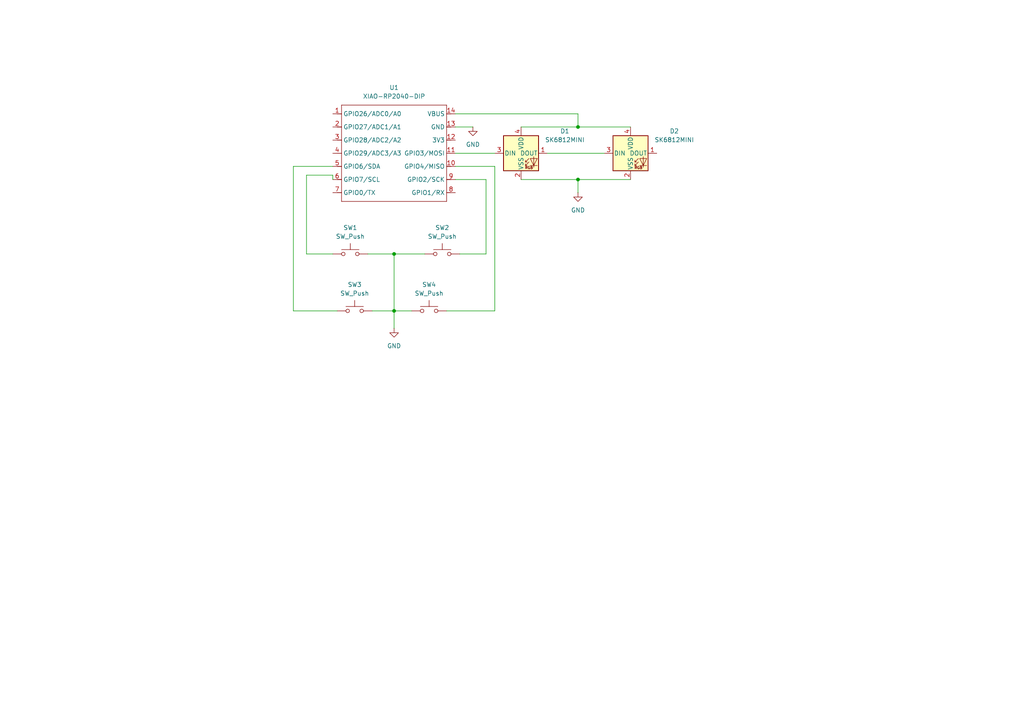
<source format=kicad_sch>
(kicad_sch
	(version 20250114)
	(generator "eeschema")
	(generator_version "9.0")
	(uuid "056c07a9-e8e1-4104-a646-c36fd7a03473")
	(paper "A4")
	(lib_symbols
		(symbol "LED:SK6812MINI"
			(pin_names
				(offset 0.254)
			)
			(exclude_from_sim no)
			(in_bom yes)
			(on_board yes)
			(property "Reference" "D"
				(at 5.08 5.715 0)
				(effects
					(font
						(size 1.27 1.27)
					)
					(justify right bottom)
				)
			)
			(property "Value" "SK6812MINI"
				(at 1.27 -5.715 0)
				(effects
					(font
						(size 1.27 1.27)
					)
					(justify left top)
				)
			)
			(property "Footprint" "LED_SMD:LED_SK6812MINI_PLCC4_3.5x3.5mm_P1.75mm"
				(at 1.27 -7.62 0)
				(effects
					(font
						(size 1.27 1.27)
					)
					(justify left top)
					(hide yes)
				)
			)
			(property "Datasheet" "https://cdn-shop.adafruit.com/product-files/2686/SK6812MINI_REV.01-1-2.pdf"
				(at 2.54 -9.525 0)
				(effects
					(font
						(size 1.27 1.27)
					)
					(justify left top)
					(hide yes)
				)
			)
			(property "Description" "RGB LED with integrated controller"
				(at 0 0 0)
				(effects
					(font
						(size 1.27 1.27)
					)
					(hide yes)
				)
			)
			(property "ki_keywords" "RGB LED NeoPixel Mini addressable"
				(at 0 0 0)
				(effects
					(font
						(size 1.27 1.27)
					)
					(hide yes)
				)
			)
			(property "ki_fp_filters" "LED*SK6812MINI*PLCC*3.5x3.5mm*P1.75mm*"
				(at 0 0 0)
				(effects
					(font
						(size 1.27 1.27)
					)
					(hide yes)
				)
			)
			(symbol "SK6812MINI_0_0"
				(text "RGB"
					(at 2.286 -4.191 0)
					(effects
						(font
							(size 0.762 0.762)
						)
					)
				)
			)
			(symbol "SK6812MINI_0_1"
				(polyline
					(pts
						(xy 1.27 -2.54) (xy 1.778 -2.54)
					)
					(stroke
						(width 0)
						(type default)
					)
					(fill
						(type none)
					)
				)
				(polyline
					(pts
						(xy 1.27 -3.556) (xy 1.778 -3.556)
					)
					(stroke
						(width 0)
						(type default)
					)
					(fill
						(type none)
					)
				)
				(polyline
					(pts
						(xy 2.286 -1.524) (xy 1.27 -2.54) (xy 1.27 -2.032)
					)
					(stroke
						(width 0)
						(type default)
					)
					(fill
						(type none)
					)
				)
				(polyline
					(pts
						(xy 2.286 -2.54) (xy 1.27 -3.556) (xy 1.27 -3.048)
					)
					(stroke
						(width 0)
						(type default)
					)
					(fill
						(type none)
					)
				)
				(polyline
					(pts
						(xy 3.683 -1.016) (xy 3.683 -3.556) (xy 3.683 -4.064)
					)
					(stroke
						(width 0)
						(type default)
					)
					(fill
						(type none)
					)
				)
				(polyline
					(pts
						(xy 4.699 -1.524) (xy 2.667 -1.524) (xy 3.683 -3.556) (xy 4.699 -1.524)
					)
					(stroke
						(width 0)
						(type default)
					)
					(fill
						(type none)
					)
				)
				(polyline
					(pts
						(xy 4.699 -3.556) (xy 2.667 -3.556)
					)
					(stroke
						(width 0)
						(type default)
					)
					(fill
						(type none)
					)
				)
				(rectangle
					(start 5.08 5.08)
					(end -5.08 -5.08)
					(stroke
						(width 0.254)
						(type default)
					)
					(fill
						(type background)
					)
				)
			)
			(symbol "SK6812MINI_1_1"
				(pin input line
					(at -7.62 0 0)
					(length 2.54)
					(name "DIN"
						(effects
							(font
								(size 1.27 1.27)
							)
						)
					)
					(number "3"
						(effects
							(font
								(size 1.27 1.27)
							)
						)
					)
				)
				(pin power_in line
					(at 0 7.62 270)
					(length 2.54)
					(name "VDD"
						(effects
							(font
								(size 1.27 1.27)
							)
						)
					)
					(number "4"
						(effects
							(font
								(size 1.27 1.27)
							)
						)
					)
				)
				(pin power_in line
					(at 0 -7.62 90)
					(length 2.54)
					(name "VSS"
						(effects
							(font
								(size 1.27 1.27)
							)
						)
					)
					(number "2"
						(effects
							(font
								(size 1.27 1.27)
							)
						)
					)
				)
				(pin output line
					(at 7.62 0 180)
					(length 2.54)
					(name "DOUT"
						(effects
							(font
								(size 1.27 1.27)
							)
						)
					)
					(number "1"
						(effects
							(font
								(size 1.27 1.27)
							)
						)
					)
				)
			)
			(embedded_fonts no)
		)
		(symbol "Seeed_Studio_XIAO_Series:XIAO-RP2040-DIP"
			(exclude_from_sim no)
			(in_bom yes)
			(on_board yes)
			(property "Reference" "U"
				(at 0 0 0)
				(effects
					(font
						(size 1.27 1.27)
					)
				)
			)
			(property "Value" "XIAO-RP2040-DIP"
				(at 5.334 -1.778 0)
				(effects
					(font
						(size 1.27 1.27)
					)
				)
			)
			(property "Footprint" "Module:MOUDLE14P-XIAO-DIP-SMD"
				(at 14.478 -32.258 0)
				(effects
					(font
						(size 1.27 1.27)
					)
					(hide yes)
				)
			)
			(property "Datasheet" ""
				(at 0 0 0)
				(effects
					(font
						(size 1.27 1.27)
					)
					(hide yes)
				)
			)
			(property "Description" ""
				(at 0 0 0)
				(effects
					(font
						(size 1.27 1.27)
					)
					(hide yes)
				)
			)
			(symbol "XIAO-RP2040-DIP_1_0"
				(polyline
					(pts
						(xy -1.27 -2.54) (xy 29.21 -2.54)
					)
					(stroke
						(width 0.1524)
						(type solid)
					)
					(fill
						(type none)
					)
				)
				(polyline
					(pts
						(xy -1.27 -5.08) (xy -2.54 -5.08)
					)
					(stroke
						(width 0.1524)
						(type solid)
					)
					(fill
						(type none)
					)
				)
				(polyline
					(pts
						(xy -1.27 -5.08) (xy -1.27 -2.54)
					)
					(stroke
						(width 0.1524)
						(type solid)
					)
					(fill
						(type none)
					)
				)
				(polyline
					(pts
						(xy -1.27 -8.89) (xy -2.54 -8.89)
					)
					(stroke
						(width 0.1524)
						(type solid)
					)
					(fill
						(type none)
					)
				)
				(polyline
					(pts
						(xy -1.27 -8.89) (xy -1.27 -5.08)
					)
					(stroke
						(width 0.1524)
						(type solid)
					)
					(fill
						(type none)
					)
				)
				(polyline
					(pts
						(xy -1.27 -12.7) (xy -2.54 -12.7)
					)
					(stroke
						(width 0.1524)
						(type solid)
					)
					(fill
						(type none)
					)
				)
				(polyline
					(pts
						(xy -1.27 -12.7) (xy -1.27 -8.89)
					)
					(stroke
						(width 0.1524)
						(type solid)
					)
					(fill
						(type none)
					)
				)
				(polyline
					(pts
						(xy -1.27 -16.51) (xy -2.54 -16.51)
					)
					(stroke
						(width 0.1524)
						(type solid)
					)
					(fill
						(type none)
					)
				)
				(polyline
					(pts
						(xy -1.27 -16.51) (xy -1.27 -12.7)
					)
					(stroke
						(width 0.1524)
						(type solid)
					)
					(fill
						(type none)
					)
				)
				(polyline
					(pts
						(xy -1.27 -20.32) (xy -2.54 -20.32)
					)
					(stroke
						(width 0.1524)
						(type solid)
					)
					(fill
						(type none)
					)
				)
				(polyline
					(pts
						(xy -1.27 -24.13) (xy -2.54 -24.13)
					)
					(stroke
						(width 0.1524)
						(type solid)
					)
					(fill
						(type none)
					)
				)
				(polyline
					(pts
						(xy -1.27 -27.94) (xy -2.54 -27.94)
					)
					(stroke
						(width 0.1524)
						(type solid)
					)
					(fill
						(type none)
					)
				)
				(polyline
					(pts
						(xy -1.27 -30.48) (xy -1.27 -16.51)
					)
					(stroke
						(width 0.1524)
						(type solid)
					)
					(fill
						(type none)
					)
				)
				(polyline
					(pts
						(xy 29.21 -2.54) (xy 29.21 -5.08)
					)
					(stroke
						(width 0.1524)
						(type solid)
					)
					(fill
						(type none)
					)
				)
				(polyline
					(pts
						(xy 29.21 -5.08) (xy 29.21 -8.89)
					)
					(stroke
						(width 0.1524)
						(type solid)
					)
					(fill
						(type none)
					)
				)
				(polyline
					(pts
						(xy 29.21 -8.89) (xy 29.21 -12.7)
					)
					(stroke
						(width 0.1524)
						(type solid)
					)
					(fill
						(type none)
					)
				)
				(polyline
					(pts
						(xy 29.21 -12.7) (xy 29.21 -30.48)
					)
					(stroke
						(width 0.1524)
						(type solid)
					)
					(fill
						(type none)
					)
				)
				(polyline
					(pts
						(xy 29.21 -30.48) (xy -1.27 -30.48)
					)
					(stroke
						(width 0.1524)
						(type solid)
					)
					(fill
						(type none)
					)
				)
				(polyline
					(pts
						(xy 30.48 -5.08) (xy 29.21 -5.08)
					)
					(stroke
						(width 0.1524)
						(type solid)
					)
					(fill
						(type none)
					)
				)
				(polyline
					(pts
						(xy 30.48 -8.89) (xy 29.21 -8.89)
					)
					(stroke
						(width 0.1524)
						(type solid)
					)
					(fill
						(type none)
					)
				)
				(polyline
					(pts
						(xy 30.48 -12.7) (xy 29.21 -12.7)
					)
					(stroke
						(width 0.1524)
						(type solid)
					)
					(fill
						(type none)
					)
				)
				(polyline
					(pts
						(xy 30.48 -16.51) (xy 29.21 -16.51)
					)
					(stroke
						(width 0.1524)
						(type solid)
					)
					(fill
						(type none)
					)
				)
				(polyline
					(pts
						(xy 30.48 -20.32) (xy 29.21 -20.32)
					)
					(stroke
						(width 0.1524)
						(type solid)
					)
					(fill
						(type none)
					)
				)
				(polyline
					(pts
						(xy 30.48 -24.13) (xy 29.21 -24.13)
					)
					(stroke
						(width 0.1524)
						(type solid)
					)
					(fill
						(type none)
					)
				)
				(polyline
					(pts
						(xy 30.48 -27.94) (xy 29.21 -27.94)
					)
					(stroke
						(width 0.1524)
						(type solid)
					)
					(fill
						(type none)
					)
				)
				(pin passive line
					(at -3.81 -5.08 0)
					(length 2.54)
					(name "GPIO26/ADC0/A0"
						(effects
							(font
								(size 1.27 1.27)
							)
						)
					)
					(number "1"
						(effects
							(font
								(size 1.27 1.27)
							)
						)
					)
				)
				(pin passive line
					(at -3.81 -8.89 0)
					(length 2.54)
					(name "GPIO27/ADC1/A1"
						(effects
							(font
								(size 1.27 1.27)
							)
						)
					)
					(number "2"
						(effects
							(font
								(size 1.27 1.27)
							)
						)
					)
				)
				(pin passive line
					(at -3.81 -12.7 0)
					(length 2.54)
					(name "GPIO28/ADC2/A2"
						(effects
							(font
								(size 1.27 1.27)
							)
						)
					)
					(number "3"
						(effects
							(font
								(size 1.27 1.27)
							)
						)
					)
				)
				(pin passive line
					(at -3.81 -16.51 0)
					(length 2.54)
					(name "GPIO29/ADC3/A3"
						(effects
							(font
								(size 1.27 1.27)
							)
						)
					)
					(number "4"
						(effects
							(font
								(size 1.27 1.27)
							)
						)
					)
				)
				(pin passive line
					(at -3.81 -20.32 0)
					(length 2.54)
					(name "GPIO6/SDA"
						(effects
							(font
								(size 1.27 1.27)
							)
						)
					)
					(number "5"
						(effects
							(font
								(size 1.27 1.27)
							)
						)
					)
				)
				(pin passive line
					(at -3.81 -24.13 0)
					(length 2.54)
					(name "GPIO7/SCL"
						(effects
							(font
								(size 1.27 1.27)
							)
						)
					)
					(number "6"
						(effects
							(font
								(size 1.27 1.27)
							)
						)
					)
				)
				(pin passive line
					(at -3.81 -27.94 0)
					(length 2.54)
					(name "GPIO0/TX"
						(effects
							(font
								(size 1.27 1.27)
							)
						)
					)
					(number "7"
						(effects
							(font
								(size 1.27 1.27)
							)
						)
					)
				)
				(pin passive line
					(at 31.75 -5.08 180)
					(length 2.54)
					(name "VBUS"
						(effects
							(font
								(size 1.27 1.27)
							)
						)
					)
					(number "14"
						(effects
							(font
								(size 1.27 1.27)
							)
						)
					)
				)
				(pin passive line
					(at 31.75 -8.89 180)
					(length 2.54)
					(name "GND"
						(effects
							(font
								(size 1.27 1.27)
							)
						)
					)
					(number "13"
						(effects
							(font
								(size 1.27 1.27)
							)
						)
					)
				)
				(pin passive line
					(at 31.75 -12.7 180)
					(length 2.54)
					(name "3V3"
						(effects
							(font
								(size 1.27 1.27)
							)
						)
					)
					(number "12"
						(effects
							(font
								(size 1.27 1.27)
							)
						)
					)
				)
				(pin passive line
					(at 31.75 -16.51 180)
					(length 2.54)
					(name "GPIO3/MOSI"
						(effects
							(font
								(size 1.27 1.27)
							)
						)
					)
					(number "11"
						(effects
							(font
								(size 1.27 1.27)
							)
						)
					)
				)
				(pin passive line
					(at 31.75 -20.32 180)
					(length 2.54)
					(name "GPIO4/MISO"
						(effects
							(font
								(size 1.27 1.27)
							)
						)
					)
					(number "10"
						(effects
							(font
								(size 1.27 1.27)
							)
						)
					)
				)
				(pin passive line
					(at 31.75 -24.13 180)
					(length 2.54)
					(name "GPIO2/SCK"
						(effects
							(font
								(size 1.27 1.27)
							)
						)
					)
					(number "9"
						(effects
							(font
								(size 1.27 1.27)
							)
						)
					)
				)
				(pin passive line
					(at 31.75 -27.94 180)
					(length 2.54)
					(name "GPIO1/RX"
						(effects
							(font
								(size 1.27 1.27)
							)
						)
					)
					(number "8"
						(effects
							(font
								(size 1.27 1.27)
							)
						)
					)
				)
			)
			(embedded_fonts no)
		)
		(symbol "Switch:SW_Push"
			(pin_numbers
				(hide yes)
			)
			(pin_names
				(offset 1.016)
				(hide yes)
			)
			(exclude_from_sim no)
			(in_bom yes)
			(on_board yes)
			(property "Reference" "SW"
				(at 1.27 2.54 0)
				(effects
					(font
						(size 1.27 1.27)
					)
					(justify left)
				)
			)
			(property "Value" "SW_Push"
				(at 0 -1.524 0)
				(effects
					(font
						(size 1.27 1.27)
					)
				)
			)
			(property "Footprint" ""
				(at 0 5.08 0)
				(effects
					(font
						(size 1.27 1.27)
					)
					(hide yes)
				)
			)
			(property "Datasheet" "~"
				(at 0 5.08 0)
				(effects
					(font
						(size 1.27 1.27)
					)
					(hide yes)
				)
			)
			(property "Description" "Push button switch, generic, two pins"
				(at 0 0 0)
				(effects
					(font
						(size 1.27 1.27)
					)
					(hide yes)
				)
			)
			(property "ki_keywords" "switch normally-open pushbutton push-button"
				(at 0 0 0)
				(effects
					(font
						(size 1.27 1.27)
					)
					(hide yes)
				)
			)
			(symbol "SW_Push_0_1"
				(circle
					(center -2.032 0)
					(radius 0.508)
					(stroke
						(width 0)
						(type default)
					)
					(fill
						(type none)
					)
				)
				(polyline
					(pts
						(xy 0 1.27) (xy 0 3.048)
					)
					(stroke
						(width 0)
						(type default)
					)
					(fill
						(type none)
					)
				)
				(circle
					(center 2.032 0)
					(radius 0.508)
					(stroke
						(width 0)
						(type default)
					)
					(fill
						(type none)
					)
				)
				(polyline
					(pts
						(xy 2.54 1.27) (xy -2.54 1.27)
					)
					(stroke
						(width 0)
						(type default)
					)
					(fill
						(type none)
					)
				)
				(pin passive line
					(at -5.08 0 0)
					(length 2.54)
					(name "1"
						(effects
							(font
								(size 1.27 1.27)
							)
						)
					)
					(number "1"
						(effects
							(font
								(size 1.27 1.27)
							)
						)
					)
				)
				(pin passive line
					(at 5.08 0 180)
					(length 2.54)
					(name "2"
						(effects
							(font
								(size 1.27 1.27)
							)
						)
					)
					(number "2"
						(effects
							(font
								(size 1.27 1.27)
							)
						)
					)
				)
			)
			(embedded_fonts no)
		)
		(symbol "power:GND"
			(power)
			(pin_numbers
				(hide yes)
			)
			(pin_names
				(offset 0)
				(hide yes)
			)
			(exclude_from_sim no)
			(in_bom yes)
			(on_board yes)
			(property "Reference" "#PWR"
				(at 0 -6.35 0)
				(effects
					(font
						(size 1.27 1.27)
					)
					(hide yes)
				)
			)
			(property "Value" "GND"
				(at 0 -3.81 0)
				(effects
					(font
						(size 1.27 1.27)
					)
				)
			)
			(property "Footprint" ""
				(at 0 0 0)
				(effects
					(font
						(size 1.27 1.27)
					)
					(hide yes)
				)
			)
			(property "Datasheet" ""
				(at 0 0 0)
				(effects
					(font
						(size 1.27 1.27)
					)
					(hide yes)
				)
			)
			(property "Description" "Power symbol creates a global label with name \"GND\" , ground"
				(at 0 0 0)
				(effects
					(font
						(size 1.27 1.27)
					)
					(hide yes)
				)
			)
			(property "ki_keywords" "global power"
				(at 0 0 0)
				(effects
					(font
						(size 1.27 1.27)
					)
					(hide yes)
				)
			)
			(symbol "GND_0_1"
				(polyline
					(pts
						(xy 0 0) (xy 0 -1.27) (xy 1.27 -1.27) (xy 0 -2.54) (xy -1.27 -1.27) (xy 0 -1.27)
					)
					(stroke
						(width 0)
						(type default)
					)
					(fill
						(type none)
					)
				)
			)
			(symbol "GND_1_1"
				(pin power_in line
					(at 0 0 270)
					(length 0)
					(name "~"
						(effects
							(font
								(size 1.27 1.27)
							)
						)
					)
					(number "1"
						(effects
							(font
								(size 1.27 1.27)
							)
						)
					)
				)
			)
			(embedded_fonts no)
		)
	)
	(junction
		(at 167.64 52.07)
		(diameter 0)
		(color 0 0 0 0)
		(uuid "61171bbd-d767-4a98-b7cf-4c8befa68ee5")
	)
	(junction
		(at 114.3 90.17)
		(diameter 0)
		(color 0 0 0 0)
		(uuid "6c8ea8e4-6624-4fb1-99b2-fb68658830be")
	)
	(junction
		(at 114.3 73.66)
		(diameter 0)
		(color 0 0 0 0)
		(uuid "8886eff3-efa8-42f6-bb92-08eeff5ab66c")
	)
	(junction
		(at 167.64 36.83)
		(diameter 0)
		(color 0 0 0 0)
		(uuid "c38c7d72-3d5f-432f-a65b-82915b2167d8")
	)
	(wire
		(pts
			(xy 96.52 73.66) (xy 88.9 73.66)
		)
		(stroke
			(width 0)
			(type default)
		)
		(uuid "18a0e8c1-eb66-4187-9cdc-d3595296b3e6")
	)
	(wire
		(pts
			(xy 85.09 90.17) (xy 85.09 48.26)
		)
		(stroke
			(width 0)
			(type default)
		)
		(uuid "263f509c-1be2-4d4f-a99d-e0f284980dca")
	)
	(wire
		(pts
			(xy 88.9 50.8) (xy 96.52 50.8)
		)
		(stroke
			(width 0)
			(type default)
		)
		(uuid "29748cc4-f457-46a3-b9df-320014fd4d92")
	)
	(wire
		(pts
			(xy 140.97 52.07) (xy 132.08 52.07)
		)
		(stroke
			(width 0)
			(type default)
		)
		(uuid "2cf63b71-1cfc-4546-9a3f-42dc9638c6d9")
	)
	(wire
		(pts
			(xy 114.3 90.17) (xy 119.38 90.17)
		)
		(stroke
			(width 0)
			(type default)
		)
		(uuid "3140ef18-ec12-4251-a6b3-c6c9f63f70b7")
	)
	(wire
		(pts
			(xy 167.64 36.83) (xy 182.88 36.83)
		)
		(stroke
			(width 0)
			(type default)
		)
		(uuid "394f77f9-f849-4d25-866b-b2a5d8fdda0b")
	)
	(wire
		(pts
			(xy 132.08 33.02) (xy 167.64 33.02)
		)
		(stroke
			(width 0)
			(type default)
		)
		(uuid "3dff7056-e58d-4275-8e96-8a3204217342")
	)
	(wire
		(pts
			(xy 132.08 44.45) (xy 143.51 44.45)
		)
		(stroke
			(width 0)
			(type default)
		)
		(uuid "458e06ac-291d-403f-a86b-a4217817a046")
	)
	(wire
		(pts
			(xy 88.9 73.66) (xy 88.9 50.8)
		)
		(stroke
			(width 0)
			(type default)
		)
		(uuid "525dede5-ff9c-43ff-bfb3-4b3fc44903d0")
	)
	(wire
		(pts
			(xy 167.64 52.07) (xy 167.64 55.88)
		)
		(stroke
			(width 0)
			(type default)
		)
		(uuid "57cd0390-c092-49da-a87f-9414bcbe65a3")
	)
	(wire
		(pts
			(xy 158.75 44.45) (xy 175.26 44.45)
		)
		(stroke
			(width 0)
			(type default)
		)
		(uuid "5913e936-1937-4ad6-a1f3-e59fbfde2dae")
	)
	(wire
		(pts
			(xy 97.79 90.17) (xy 85.09 90.17)
		)
		(stroke
			(width 0)
			(type default)
		)
		(uuid "6d63ef68-8d1d-4331-a407-622277f749b7")
	)
	(wire
		(pts
			(xy 151.13 36.83) (xy 167.64 36.83)
		)
		(stroke
			(width 0)
			(type default)
		)
		(uuid "702d3a30-d43d-4dc8-95f2-9a39826f9241")
	)
	(wire
		(pts
			(xy 143.51 90.17) (xy 143.51 48.26)
		)
		(stroke
			(width 0)
			(type default)
		)
		(uuid "7424a06b-758c-418e-aa77-eb81083c2301")
	)
	(wire
		(pts
			(xy 167.64 52.07) (xy 182.88 52.07)
		)
		(stroke
			(width 0)
			(type default)
		)
		(uuid "8137f0d7-685d-4e5b-b61f-0963c1561919")
	)
	(wire
		(pts
			(xy 114.3 73.66) (xy 123.19 73.66)
		)
		(stroke
			(width 0)
			(type default)
		)
		(uuid "8a935318-7bbe-4daa-81ad-eb3ee019aeac")
	)
	(wire
		(pts
			(xy 106.68 73.66) (xy 114.3 73.66)
		)
		(stroke
			(width 0)
			(type default)
		)
		(uuid "91bd2a27-97bd-4cca-b8ba-89f71745e7e0")
	)
	(wire
		(pts
			(xy 129.54 90.17) (xy 143.51 90.17)
		)
		(stroke
			(width 0)
			(type default)
		)
		(uuid "9a45bd8d-8a14-4ff1-a3f1-44d049c7664b")
	)
	(wire
		(pts
			(xy 133.35 73.66) (xy 140.97 73.66)
		)
		(stroke
			(width 0)
			(type default)
		)
		(uuid "a5a8e074-052e-4a8c-a6f5-6a6f44ed09b6")
	)
	(wire
		(pts
			(xy 132.08 48.26) (xy 143.51 48.26)
		)
		(stroke
			(width 0)
			(type default)
		)
		(uuid "bb47eb56-c00d-463b-b1d2-9760a91d6def")
	)
	(wire
		(pts
			(xy 151.13 52.07) (xy 167.64 52.07)
		)
		(stroke
			(width 0)
			(type default)
		)
		(uuid "c22d2a68-2e95-42c1-83f2-d3623037640d")
	)
	(wire
		(pts
			(xy 85.09 48.26) (xy 96.52 48.26)
		)
		(stroke
			(width 0)
			(type default)
		)
		(uuid "d107e89b-0b61-4af3-8f51-b7a738f6959a")
	)
	(wire
		(pts
			(xy 140.97 73.66) (xy 140.97 52.07)
		)
		(stroke
			(width 0)
			(type default)
		)
		(uuid "e1997825-d58f-4311-8887-425ca9a8751d")
	)
	(wire
		(pts
			(xy 114.3 73.66) (xy 114.3 90.17)
		)
		(stroke
			(width 0)
			(type default)
		)
		(uuid "e2540838-bf55-4ed9-b183-6670a75e3ac2")
	)
	(wire
		(pts
			(xy 114.3 90.17) (xy 114.3 95.25)
		)
		(stroke
			(width 0)
			(type default)
		)
		(uuid "e88a9e63-46a2-40d8-917c-afdfebd7109e")
	)
	(wire
		(pts
			(xy 167.64 33.02) (xy 167.64 36.83)
		)
		(stroke
			(width 0)
			(type default)
		)
		(uuid "eb2b99e5-2db9-4e9e-83be-e01bca301f4e")
	)
	(wire
		(pts
			(xy 107.95 90.17) (xy 114.3 90.17)
		)
		(stroke
			(width 0)
			(type default)
		)
		(uuid "f5faa263-3d21-4c0d-9991-e797b8c0e7e5")
	)
	(wire
		(pts
			(xy 132.08 36.83) (xy 137.16 36.83)
		)
		(stroke
			(width 0)
			(type default)
		)
		(uuid "fa69221f-fb58-406d-9154-132702482997")
	)
	(wire
		(pts
			(xy 96.52 50.8) (xy 96.52 52.07)
		)
		(stroke
			(width 0)
			(type default)
		)
		(uuid "fe880ef2-f5be-40a3-9977-184b7603b748")
	)
	(symbol
		(lib_id "Switch:SW_Push")
		(at 124.46 90.17 0)
		(unit 1)
		(exclude_from_sim no)
		(in_bom yes)
		(on_board yes)
		(dnp no)
		(fields_autoplaced yes)
		(uuid "16bd5d19-27e4-4737-9665-21f9836883d1")
		(property "Reference" "SW4"
			(at 124.46 82.55 0)
			(effects
				(font
					(size 1.27 1.27)
				)
			)
		)
		(property "Value" "SW_Push"
			(at 124.46 85.09 0)
			(effects
				(font
					(size 1.27 1.27)
				)
			)
		)
		(property "Footprint" "Button_Switch_Keyboard:SW_Cherry_MX_1.00u_PCB"
			(at 124.46 85.09 0)
			(effects
				(font
					(size 1.27 1.27)
				)
				(hide yes)
			)
		)
		(property "Datasheet" "~"
			(at 124.46 85.09 0)
			(effects
				(font
					(size 1.27 1.27)
				)
				(hide yes)
			)
		)
		(property "Description" "Push button switch, generic, two pins"
			(at 124.46 90.17 0)
			(effects
				(font
					(size 1.27 1.27)
				)
				(hide yes)
			)
		)
		(pin "1"
			(uuid "2cd95b66-9938-48cc-999e-0e21c336d62e")
		)
		(pin "2"
			(uuid "280c4ca3-c2c7-4694-a3a3-fe1fafe5f3da")
		)
		(instances
			(project ""
				(path "/056c07a9-e8e1-4104-a646-c36fd7a03473"
					(reference "SW4")
					(unit 1)
				)
			)
		)
	)
	(symbol
		(lib_id "LED:SK6812MINI")
		(at 151.13 44.45 0)
		(unit 1)
		(exclude_from_sim no)
		(in_bom yes)
		(on_board yes)
		(dnp no)
		(fields_autoplaced yes)
		(uuid "523b7491-7b95-4663-b9fe-52b93c787350")
		(property "Reference" "D1"
			(at 163.83 38.0298 0)
			(effects
				(font
					(size 1.27 1.27)
				)
			)
		)
		(property "Value" "SK6812MINI"
			(at 163.83 40.5698 0)
			(effects
				(font
					(size 1.27 1.27)
				)
			)
		)
		(property "Footprint" "LED_SMD:LED_SK6812MINI_PLCC4_3.5x3.5mm_P1.75mm"
			(at 152.4 52.07 0)
			(effects
				(font
					(size 1.27 1.27)
				)
				(justify left top)
				(hide yes)
			)
		)
		(property "Datasheet" "https://cdn-shop.adafruit.com/product-files/2686/SK6812MINI_REV.01-1-2.pdf"
			(at 153.67 53.975 0)
			(effects
				(font
					(size 1.27 1.27)
				)
				(justify left top)
				(hide yes)
			)
		)
		(property "Description" "RGB LED with integrated controller"
			(at 151.13 44.45 0)
			(effects
				(font
					(size 1.27 1.27)
				)
				(hide yes)
			)
		)
		(pin "4"
			(uuid "d17a4373-e09f-4e09-8869-60fc1164642f")
		)
		(pin "2"
			(uuid "eac36695-8408-42cd-b55e-53415b71627d")
		)
		(pin "1"
			(uuid "2de41e2a-647d-4c2f-8280-2dbb6c87f09c")
		)
		(pin "3"
			(uuid "1ade78ad-c414-4982-9668-37295553b487")
		)
		(instances
			(project ""
				(path "/056c07a9-e8e1-4104-a646-c36fd7a03473"
					(reference "D1")
					(unit 1)
				)
			)
		)
	)
	(symbol
		(lib_id "Switch:SW_Push")
		(at 102.87 90.17 0)
		(unit 1)
		(exclude_from_sim no)
		(in_bom yes)
		(on_board yes)
		(dnp no)
		(fields_autoplaced yes)
		(uuid "621063f7-8e28-468a-b2bc-0387ae689601")
		(property "Reference" "SW3"
			(at 102.87 82.55 0)
			(effects
				(font
					(size 1.27 1.27)
				)
			)
		)
		(property "Value" "SW_Push"
			(at 102.87 85.09 0)
			(effects
				(font
					(size 1.27 1.27)
				)
			)
		)
		(property "Footprint" "Button_Switch_Keyboard:SW_Cherry_MX_1.00u_PCB"
			(at 102.87 85.09 0)
			(effects
				(font
					(size 1.27 1.27)
				)
				(hide yes)
			)
		)
		(property "Datasheet" "~"
			(at 102.87 85.09 0)
			(effects
				(font
					(size 1.27 1.27)
				)
				(hide yes)
			)
		)
		(property "Description" "Push button switch, generic, two pins"
			(at 102.87 90.17 0)
			(effects
				(font
					(size 1.27 1.27)
				)
				(hide yes)
			)
		)
		(pin "1"
			(uuid "de6fda6c-9267-4960-819b-26d00144c997")
		)
		(pin "2"
			(uuid "fce279a4-e813-47bc-ae90-42a34f9da3aa")
		)
		(instances
			(project ""
				(path "/056c07a9-e8e1-4104-a646-c36fd7a03473"
					(reference "SW3")
					(unit 1)
				)
			)
		)
	)
	(symbol
		(lib_id "power:GND")
		(at 137.16 36.83 0)
		(unit 1)
		(exclude_from_sim no)
		(in_bom yes)
		(on_board yes)
		(dnp no)
		(fields_autoplaced yes)
		(uuid "6843a68a-5130-47ff-99f6-958e9e8653ea")
		(property "Reference" "#PWR03"
			(at 137.16 43.18 0)
			(effects
				(font
					(size 1.27 1.27)
				)
				(hide yes)
			)
		)
		(property "Value" "GND"
			(at 137.16 41.91 0)
			(effects
				(font
					(size 1.27 1.27)
				)
			)
		)
		(property "Footprint" ""
			(at 137.16 36.83 0)
			(effects
				(font
					(size 1.27 1.27)
				)
				(hide yes)
			)
		)
		(property "Datasheet" ""
			(at 137.16 36.83 0)
			(effects
				(font
					(size 1.27 1.27)
				)
				(hide yes)
			)
		)
		(property "Description" "Power symbol creates a global label with name \"GND\" , ground"
			(at 137.16 36.83 0)
			(effects
				(font
					(size 1.27 1.27)
				)
				(hide yes)
			)
		)
		(pin "1"
			(uuid "51d9131e-be84-438d-9abe-5df6d60e75e0")
		)
		(instances
			(project ""
				(path "/056c07a9-e8e1-4104-a646-c36fd7a03473"
					(reference "#PWR03")
					(unit 1)
				)
			)
		)
	)
	(symbol
		(lib_id "power:GND")
		(at 167.64 55.88 0)
		(unit 1)
		(exclude_from_sim no)
		(in_bom yes)
		(on_board yes)
		(dnp no)
		(fields_autoplaced yes)
		(uuid "8361b9b3-57ad-43f0-80c4-56d1a6c9ea11")
		(property "Reference" "#PWR02"
			(at 167.64 62.23 0)
			(effects
				(font
					(size 1.27 1.27)
				)
				(hide yes)
			)
		)
		(property "Value" "GND"
			(at 167.64 60.96 0)
			(effects
				(font
					(size 1.27 1.27)
				)
			)
		)
		(property "Footprint" ""
			(at 167.64 55.88 0)
			(effects
				(font
					(size 1.27 1.27)
				)
				(hide yes)
			)
		)
		(property "Datasheet" ""
			(at 167.64 55.88 0)
			(effects
				(font
					(size 1.27 1.27)
				)
				(hide yes)
			)
		)
		(property "Description" "Power symbol creates a global label with name \"GND\" , ground"
			(at 167.64 55.88 0)
			(effects
				(font
					(size 1.27 1.27)
				)
				(hide yes)
			)
		)
		(pin "1"
			(uuid "2f73c215-5c7f-4f8a-bcdb-ae602019954a")
		)
		(instances
			(project ""
				(path "/056c07a9-e8e1-4104-a646-c36fd7a03473"
					(reference "#PWR02")
					(unit 1)
				)
			)
		)
	)
	(symbol
		(lib_id "Seeed_Studio_XIAO_Series:XIAO-RP2040-DIP")
		(at 100.33 27.94 0)
		(unit 1)
		(exclude_from_sim no)
		(in_bom yes)
		(on_board yes)
		(dnp no)
		(fields_autoplaced yes)
		(uuid "8a01c46f-7883-419d-a384-6298549a824a")
		(property "Reference" "U1"
			(at 114.3 25.4 0)
			(effects
				(font
					(size 1.27 1.27)
				)
			)
		)
		(property "Value" "XIAO-RP2040-DIP"
			(at 114.3 27.94 0)
			(effects
				(font
					(size 1.27 1.27)
				)
			)
		)
		(property "Footprint" "libraries:XIAO-RP2040-DIP"
			(at 114.808 60.198 0)
			(effects
				(font
					(size 1.27 1.27)
				)
				(hide yes)
			)
		)
		(property "Datasheet" ""
			(at 100.33 27.94 0)
			(effects
				(font
					(size 1.27 1.27)
				)
				(hide yes)
			)
		)
		(property "Description" ""
			(at 100.33 27.94 0)
			(effects
				(font
					(size 1.27 1.27)
				)
				(hide yes)
			)
		)
		(pin "2"
			(uuid "1c5cab15-086c-4cbb-9683-f4d722e9d13f")
		)
		(pin "1"
			(uuid "e3f5825d-91c9-4217-b31d-831bbdba1230")
		)
		(pin "13"
			(uuid "f1cc887b-6ecb-485d-91c6-7f88061d21de")
		)
		(pin "14"
			(uuid "2d1a9ce6-79a5-47cd-83ad-84c931d2eff1")
		)
		(pin "8"
			(uuid "f2b6324b-faac-433d-935c-bd14ede65885")
		)
		(pin "4"
			(uuid "f869b26b-3c30-4880-bed6-881f9b7579fe")
		)
		(pin "12"
			(uuid "a0b8d81b-6a71-47e9-8296-623f166e6929")
		)
		(pin "5"
			(uuid "a0f1aefe-c401-4cee-90e8-917143cfcff1")
		)
		(pin "9"
			(uuid "1297709e-96e0-4260-807b-1dca592e6849")
		)
		(pin "7"
			(uuid "2ca4a8b2-2efe-45c9-89a0-f16012863df2")
		)
		(pin "3"
			(uuid "315acd5c-2d7c-4af1-9bdc-d0f9664ecc52")
		)
		(pin "11"
			(uuid "2ff453cc-d65d-4cce-9ab9-14953c98ff4e")
		)
		(pin "10"
			(uuid "f57a7e95-2c76-4e3f-bb7c-30861c423fe8")
		)
		(pin "6"
			(uuid "40dfba9e-df89-4457-b70b-0fb4693632d7")
		)
		(instances
			(project ""
				(path "/056c07a9-e8e1-4104-a646-c36fd7a03473"
					(reference "U1")
					(unit 1)
				)
			)
		)
	)
	(symbol
		(lib_id "LED:SK6812MINI")
		(at 182.88 44.45 0)
		(unit 1)
		(exclude_from_sim no)
		(in_bom yes)
		(on_board yes)
		(dnp no)
		(fields_autoplaced yes)
		(uuid "93a5546c-4687-4b09-b6e5-2eee8d3d2e39")
		(property "Reference" "D2"
			(at 195.58 38.0298 0)
			(effects
				(font
					(size 1.27 1.27)
				)
			)
		)
		(property "Value" "SK6812MINI"
			(at 195.58 40.5698 0)
			(effects
				(font
					(size 1.27 1.27)
				)
			)
		)
		(property "Footprint" "LED_SMD:LED_SK6812MINI_PLCC4_3.5x3.5mm_P1.75mm"
			(at 184.15 52.07 0)
			(effects
				(font
					(size 1.27 1.27)
				)
				(justify left top)
				(hide yes)
			)
		)
		(property "Datasheet" "https://cdn-shop.adafruit.com/product-files/2686/SK6812MINI_REV.01-1-2.pdf"
			(at 185.42 53.975 0)
			(effects
				(font
					(size 1.27 1.27)
				)
				(justify left top)
				(hide yes)
			)
		)
		(property "Description" "RGB LED with integrated controller"
			(at 182.88 44.45 0)
			(effects
				(font
					(size 1.27 1.27)
				)
				(hide yes)
			)
		)
		(pin "3"
			(uuid "2a77f7f6-8d63-4284-891d-81c09abea65b")
		)
		(pin "4"
			(uuid "ff9926d1-71d4-4680-912f-363158ed21b7")
		)
		(pin "1"
			(uuid "beec163c-bff3-4d38-9c38-884cb0b03c30")
		)
		(pin "2"
			(uuid "f592409b-4750-4f3e-a2ca-0a1c17fec644")
		)
		(instances
			(project ""
				(path "/056c07a9-e8e1-4104-a646-c36fd7a03473"
					(reference "D2")
					(unit 1)
				)
			)
		)
	)
	(symbol
		(lib_id "Switch:SW_Push")
		(at 128.27 73.66 0)
		(unit 1)
		(exclude_from_sim no)
		(in_bom yes)
		(on_board yes)
		(dnp no)
		(fields_autoplaced yes)
		(uuid "bbaa0f40-5c25-4a2a-bbda-ecdac7fe875b")
		(property "Reference" "SW2"
			(at 128.27 66.04 0)
			(effects
				(font
					(size 1.27 1.27)
				)
			)
		)
		(property "Value" "SW_Push"
			(at 128.27 68.58 0)
			(effects
				(font
					(size 1.27 1.27)
				)
			)
		)
		(property "Footprint" "Button_Switch_Keyboard:SW_Cherry_MX_1.00u_PCB"
			(at 128.27 68.58 0)
			(effects
				(font
					(size 1.27 1.27)
				)
				(hide yes)
			)
		)
		(property "Datasheet" "~"
			(at 128.27 68.58 0)
			(effects
				(font
					(size 1.27 1.27)
				)
				(hide yes)
			)
		)
		(property "Description" "Push button switch, generic, two pins"
			(at 128.27 73.66 0)
			(effects
				(font
					(size 1.27 1.27)
				)
				(hide yes)
			)
		)
		(pin "2"
			(uuid "18765013-ba2f-4b1c-8546-1ff7121fc0e1")
		)
		(pin "1"
			(uuid "8c297823-ed43-4040-8ca8-9d68f431739b")
		)
		(instances
			(project ""
				(path "/056c07a9-e8e1-4104-a646-c36fd7a03473"
					(reference "SW2")
					(unit 1)
				)
			)
		)
	)
	(symbol
		(lib_id "Switch:SW_Push")
		(at 101.6 73.66 0)
		(unit 1)
		(exclude_from_sim no)
		(in_bom yes)
		(on_board yes)
		(dnp no)
		(fields_autoplaced yes)
		(uuid "bef45cee-069c-4367-94f1-e4829e04a608")
		(property "Reference" "SW1"
			(at 101.6 66.04 0)
			(effects
				(font
					(size 1.27 1.27)
				)
			)
		)
		(property "Value" "SW_Push"
			(at 101.6 68.58 0)
			(effects
				(font
					(size 1.27 1.27)
				)
			)
		)
		(property "Footprint" "Button_Switch_Keyboard:SW_Cherry_MX_1.00u_PCB"
			(at 101.6 68.58 0)
			(effects
				(font
					(size 1.27 1.27)
				)
				(hide yes)
			)
		)
		(property "Datasheet" "~"
			(at 101.6 68.58 0)
			(effects
				(font
					(size 1.27 1.27)
				)
				(hide yes)
			)
		)
		(property "Description" "Push button switch, generic, two pins"
			(at 101.6 73.66 0)
			(effects
				(font
					(size 1.27 1.27)
				)
				(hide yes)
			)
		)
		(pin "2"
			(uuid "1a60b53c-0e78-4cab-a190-5bba7ef52033")
		)
		(pin "1"
			(uuid "b7ae9095-4e15-43db-ba91-69da0aad1a83")
		)
		(instances
			(project ""
				(path "/056c07a9-e8e1-4104-a646-c36fd7a03473"
					(reference "SW1")
					(unit 1)
				)
			)
		)
	)
	(symbol
		(lib_id "power:GND")
		(at 114.3 95.25 0)
		(unit 1)
		(exclude_from_sim no)
		(in_bom yes)
		(on_board yes)
		(dnp no)
		(fields_autoplaced yes)
		(uuid "c893a95e-1832-45d7-8fd3-f13e39f02c4e")
		(property "Reference" "#PWR01"
			(at 114.3 101.6 0)
			(effects
				(font
					(size 1.27 1.27)
				)
				(hide yes)
			)
		)
		(property "Value" "GND"
			(at 114.3 100.33 0)
			(effects
				(font
					(size 1.27 1.27)
				)
			)
		)
		(property "Footprint" ""
			(at 114.3 95.25 0)
			(effects
				(font
					(size 1.27 1.27)
				)
				(hide yes)
			)
		)
		(property "Datasheet" ""
			(at 114.3 95.25 0)
			(effects
				(font
					(size 1.27 1.27)
				)
				(hide yes)
			)
		)
		(property "Description" "Power symbol creates a global label with name \"GND\" , ground"
			(at 114.3 95.25 0)
			(effects
				(font
					(size 1.27 1.27)
				)
				(hide yes)
			)
		)
		(pin "1"
			(uuid "7fed4d11-5254-4b32-923e-cd94fbb0d3d5")
		)
		(instances
			(project ""
				(path "/056c07a9-e8e1-4104-a646-c36fd7a03473"
					(reference "#PWR01")
					(unit 1)
				)
			)
		)
	)
	(sheet_instances
		(path "/"
			(page "1")
		)
	)
	(embedded_fonts no)
)

</source>
